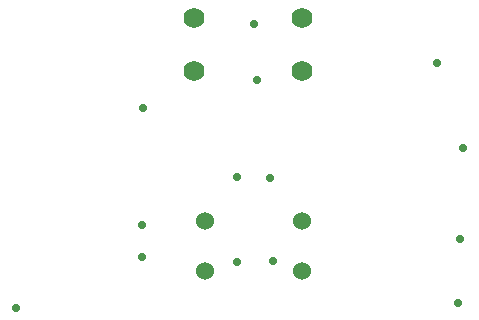
<source format=gbr>
%TF.GenerationSoftware,Altium Limited,Altium Designer,19.0.10 (269)*%
G04 Layer_Color=0*
%FSLAX26Y26*%
%MOIN*%
%TF.FileFunction,Plated,1,2,PTH,Drill*%
%TF.Part,Single*%
G01*
G75*
%TA.AperFunction,ComponentDrill*%
%ADD41C,0.060000*%
%ADD42C,0.069291*%
%TA.AperFunction,ViaDrill,NotFilled*%
%ADD43C,0.028000*%
D41*
X905000Y358000D02*
D03*
Y193000D02*
D03*
X1230000Y358000D02*
D03*
Y193000D02*
D03*
D42*
X868945Y1036000D02*
D03*
X1228000D02*
D03*
X868945Y860803D02*
D03*
X1228000D02*
D03*
D43*
X699000Y737000D02*
D03*
X1680000Y885000D02*
D03*
X1070000Y1017000D02*
D03*
X1079000Y829000D02*
D03*
X1122000Y502000D02*
D03*
X1012000Y222000D02*
D03*
X1134000Y225000D02*
D03*
X1014000Y505000D02*
D03*
X1767000Y602000D02*
D03*
X695000Y347000D02*
D03*
X275000Y69000D02*
D03*
X697000Y240000D02*
D03*
X1756000Y300000D02*
D03*
X1751000Y85000D02*
D03*
%TF.MD5,81196876588a2885f1aa08c024984502*%
M02*

</source>
